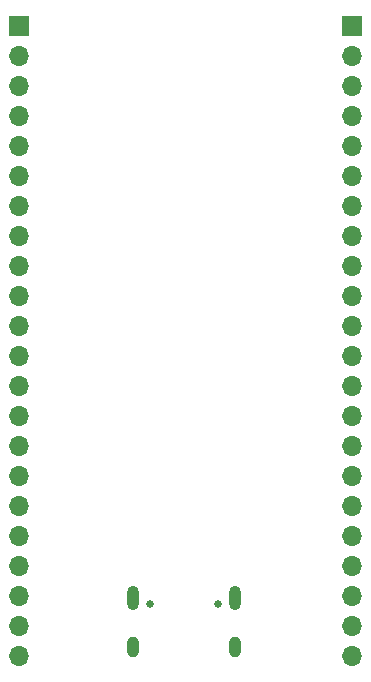
<source format=gbs>
G04 #@! TF.GenerationSoftware,KiCad,Pcbnew,8.0.3*
G04 #@! TF.CreationDate,2024-06-29T14:25:19-04:00*
G04 #@! TF.ProjectId,ESP32-S3-DevBoard,45535033-322d-4533-932d-446576426f61,rev?*
G04 #@! TF.SameCoordinates,Original*
G04 #@! TF.FileFunction,Soldermask,Bot*
G04 #@! TF.FilePolarity,Negative*
%FSLAX46Y46*%
G04 Gerber Fmt 4.6, Leading zero omitted, Abs format (unit mm)*
G04 Created by KiCad (PCBNEW 8.0.3) date 2024-06-29 14:25:19*
%MOMM*%
%LPD*%
G01*
G04 APERTURE LIST*
%ADD10R,1.700000X1.700000*%
%ADD11O,1.700000X1.700000*%
%ADD12C,0.650000*%
%ADD13O,1.000000X2.100000*%
%ADD14O,1.000000X1.800000*%
G04 APERTURE END LIST*
D10*
X176530000Y-54864000D03*
D11*
X176530000Y-57404000D03*
X176530000Y-59944000D03*
X176530000Y-62484000D03*
X176530000Y-65024000D03*
X176530000Y-67564000D03*
X176530000Y-70104000D03*
X176530000Y-72644000D03*
X176530000Y-75184000D03*
X176530000Y-77724000D03*
X176530000Y-80264000D03*
X176530000Y-82804000D03*
X176530000Y-85344000D03*
X176530000Y-87884000D03*
X176530000Y-90424000D03*
X176530000Y-92964000D03*
X176530000Y-95504000D03*
X176530000Y-98044000D03*
X176530000Y-100584000D03*
X176530000Y-103124000D03*
X176530000Y-105664000D03*
X176530000Y-108204000D03*
D10*
X204724000Y-54864000D03*
D11*
X204724000Y-57404000D03*
X204724000Y-59944000D03*
X204724000Y-62484000D03*
X204724000Y-65024000D03*
X204724000Y-67564000D03*
X204724000Y-70104000D03*
X204724000Y-72644000D03*
X204724000Y-75184000D03*
X204724000Y-77724000D03*
X204724000Y-80264000D03*
X204724000Y-82804000D03*
X204724000Y-85344000D03*
X204724000Y-87884000D03*
X204724000Y-90424000D03*
X204724000Y-92964000D03*
X204724000Y-95504000D03*
X204724000Y-98044000D03*
X204724000Y-100584000D03*
X204724000Y-103124000D03*
X204724000Y-105664000D03*
X204724000Y-108204000D03*
D12*
X187610000Y-103821000D03*
X193390000Y-103821000D03*
D13*
X186180000Y-103321000D03*
D14*
X186180000Y-107501000D03*
D13*
X194820000Y-103321000D03*
D14*
X194820000Y-107501000D03*
M02*

</source>
